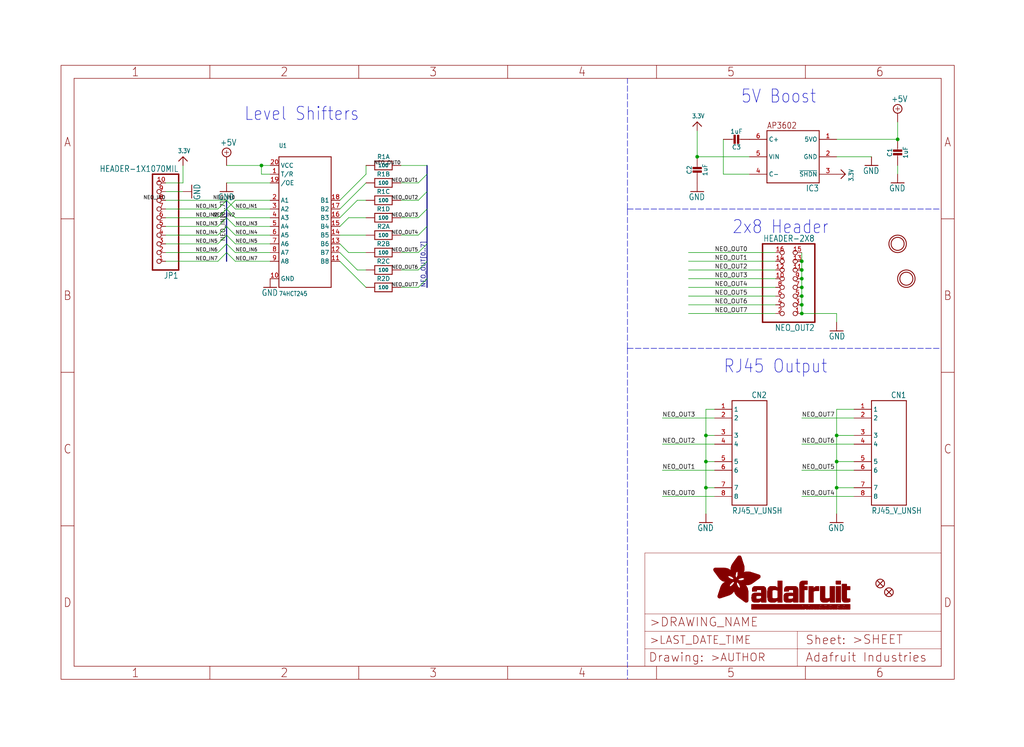
<source format=kicad_sch>
(kicad_sch (version 20211123) (generator eeschema)
  (paper "User" 298.45 217.881)
  (lib_symbols
    (symbol "eagleSchem-eagle-import:+5V" (power)
      (property "Value" "+5V" (at -1.905 3.175 0))
      (symbol "+5V_1_0"
        (pin power_in line (at 0 -2.54 90) (length 2.54) (name "+5V") (number "1"))
      )
    )
    (symbol "eagleSchem-eagle-import:3.3V" (power)
      (property "Value" "3.3V" (at -1.524 1.016 0))
      (symbol "3.3V_1_0"
        (pin power_in line (at 0 -2.54 90) (length 2.54) (name "3.3V") (number "1"))
      )
    )
    (symbol "eagleSchem-eagle-import:74LCX245"
      (property "Reference" "U" (at -7.62 22.86 0))
      (property "Value" "74LCX245" (at -7.62 -20.32 0))
      (symbol "74LCX245_1_0"
        (pin bidirectional line (at -10.16 15.24 0) (length 2.54) (name "T/R") (number "1"))
        (pin bidirectional line (at -10.16 -15.24 0) (length 2.54) (name "GND") (number "10"))
        (pin bidirectional line (at 10.16 -10.16 180) (length 2.54) (name "B8") (number "11"))
        (pin bidirectional line (at 10.16 -7.62 180) (length 2.54) (name "B7") (number "12"))
        (pin bidirectional line (at 10.16 -5.08 180) (length 2.54) (name "B6") (number "13"))
        (pin bidirectional line (at 10.16 -2.54 180) (length 2.54) (name "B5") (number "14"))
        (pin bidirectional line (at 10.16 0 180) (length 2.54) (name "B4") (number "15"))
        (pin bidirectional line (at 10.16 2.54 180) (length 2.54) (name "B3") (number "16"))
        (pin bidirectional line (at 10.16 5.08 180) (length 2.54) (name "B2") (number "17"))
        (pin bidirectional line (at 10.16 7.62 180) (length 2.54) (name "B1") (number "18"))
        (pin bidirectional line (at -10.16 12.7 0) (length 2.54) (name "/OE") (number "19"))
        (pin bidirectional line (at -10.16 7.62 0) (length 2.54) (name "A1") (number "2"))
        (pin bidirectional line (at -10.16 17.78 0) (length 2.54) (name "VCC") (number "20"))
        (pin bidirectional line (at -10.16 5.08 0) (length 2.54) (name "A2") (number "3"))
        (pin bidirectional line (at -10.16 2.54 0) (length 2.54) (name "A3") (number "4"))
        (pin bidirectional line (at -10.16 0 0) (length 2.54) (name "A4") (number "5"))
        (pin bidirectional line (at -10.16 -2.54 0) (length 2.54) (name "A5") (number "6"))
        (pin bidirectional line (at -10.16 -5.08 0) (length 2.54) (name "A6") (number "7"))
        (pin bidirectional line (at -10.16 -7.62 0) (length 2.54) (name "A7") (number "8"))
        (pin bidirectional line (at -10.16 -10.16 0) (length 2.54) (name "A8") (number "9"))
      )
    )
    (symbol "eagleSchem-eagle-import:AP3602"
      (property "Reference" "IC" (at -7.62 -10.16 0))
      (symbol "AP3602_1_0"
        (text "AP3602" (at 7.62 10.16 0) (effects (font (size 1.778 1.5113)) (justify right top)))
        (pin power_in line (at -12.7 5.08 0) (length 5.08) (name "5VO") (number "1"))
        (pin power_in line (at -12.7 0 0) (length 5.08) (name "GND") (number "2"))
        (pin input line (at -12.7 -5.08 0) (length 5.08) (name "~{SHDN}") (number "3"))
        (pin bidirectional line (at 12.7 -5.08 180) (length 5.08) (name "C-") (number "4"))
        (pin power_in line (at 12.7 0 180) (length 5.08) (name "VIN") (number "5"))
        (pin bidirectional line (at 12.7 5.08 180) (length 5.08) (name "C+") (number "6"))
      )
    )
    (symbol "eagleSchem-eagle-import:CAP_CERAMIC0603_NO"
      (property "Reference" "C" (at -2.29 1.25 90))
      (property "Value" "CAP_CERAMIC0603_NO" (at 2.3 1.25 90))
      (symbol "CAP_CERAMIC0603_NO_1_0"
        (pin passive line (at 0 5.08 270) (length 2.54) (name "1") (number "1"))
        (pin passive line (at 0 -2.54 90) (length 2.54) (name "2") (number "2"))
      )
    )
    (symbol "eagleSchem-eagle-import:FIDUCIAL_1MM")
    (symbol "eagleSchem-eagle-import:FRAME_A4_ADAFRUIT"
      (symbol "FRAME_A4_ADAFRUIT_0_0"
        (text "1" (at 21.6958 1.905 0) (effects (font (size 2.54 2.286))))
        (text "1" (at 21.6958 177.165 0) (effects (font (size 2.54 2.286))))
        (text "2" (at 65.0875 1.905 0) (effects (font (size 2.54 2.286))))
        (text "2" (at 65.0875 177.165 0) (effects (font (size 2.54 2.286))))
        (text "3" (at 108.4792 1.905 0) (effects (font (size 2.54 2.286))))
        (text "3" (at 108.4792 177.165 0) (effects (font (size 2.54 2.286))))
        (text "4" (at 151.8708 1.905 0) (effects (font (size 2.54 2.286))))
        (text "4" (at 151.8708 177.165 0) (effects (font (size 2.54 2.286))))
        (text "5" (at 195.2625 1.905 0) (effects (font (size 2.54 2.286))))
        (text "5" (at 195.2625 177.165 0) (effects (font (size 2.54 2.286))))
        (text "6" (at 238.6542 1.905 0) (effects (font (size 2.54 2.286))))
        (text "6" (at 238.6542 177.165 0) (effects (font (size 2.54 2.286))))
        (text "A" (at 1.905 156.6863 0) (effects (font (size 2.54 2.286))))
        (text "A" (at 258.445 156.6863 0) (effects (font (size 2.54 2.286))))
        (text "B" (at 1.905 111.9188 0) (effects (font (size 2.54 2.286))))
        (text "B" (at 258.445 111.9188 0) (effects (font (size 2.54 2.286))))
        (text "C" (at 1.905 67.1513 0) (effects (font (size 2.54 2.286))))
        (text "C" (at 258.445 67.1513 0) (effects (font (size 2.54 2.286))))
        (text "D" (at 1.905 22.3838 0) (effects (font (size 2.54 2.286))))
        (text "D" (at 258.445 22.3838 0) (effects (font (size 2.54 2.286))))
      )
      (symbol "FRAME_A4_ADAFRUIT_1_0"
        (text ">AUTHOR" (at 189.23 5.08 0) (effects (font (size 2.286 2.286)) (justify left bottom)))
        (text ">DRAWING_NAME" (at 171.45 15.24 0) (effects (font (size 2.54 2.54)) (justify left bottom)))
        (text ">LAST_DATE_TIME" (at 171.45 10.16 0) (effects (font (size 2.286 2.286)) (justify left bottom)))
        (text ">SHEET" (at 230.505 10.16 0) (effects (font (size 2.54 2.54)) (justify left bottom)))
        (text "Adafruit Industries" (at 216.916 4.953 0) (effects (font (size 2.54 2.54)) (justify left bottom)))
        (text "Drawing:" (at 171.196 4.953 0) (effects (font (size 2.54 2.54)) (justify left bottom)))
        (text "Sheet:" (at 216.916 10.033 0) (effects (font (size 2.54 2.54)) (justify left bottom)))
      )
    )
    (symbol "eagleSchem-eagle-import:GND" (power)
      (property "Value" "GND" (at -2.54 -2.54 0))
      (symbol "GND_1_0"
        (pin power_in line (at 0 2.54 270) (length 2.54) (name "GND") (number "1"))
      )
    )
    (symbol "eagleSchem-eagle-import:HEADER-1X1070MIL"
      (property "Reference" "JP" (at -6.35 13.335 0))
      (property "Value" "HEADER-1X1070MIL" (at -6.35 -17.78 0))
      (symbol "HEADER-1X1070MIL_1_0"
        (pin passive inverted (at -2.54 10.16 0) (length 2.54) (name "1") (number "1"))
        (pin passive inverted (at -2.54 -12.7 0) (length 2.54) (name "10") (number "10"))
        (pin passive inverted (at -2.54 7.62 0) (length 2.54) (name "2") (number "2"))
        (pin passive inverted (at -2.54 5.08 0) (length 2.54) (name "3") (number "3"))
        (pin passive inverted (at -2.54 2.54 0) (length 2.54) (name "4") (number "4"))
        (pin passive inverted (at -2.54 0 0) (length 2.54) (name "5") (number "5"))
        (pin passive inverted (at -2.54 -2.54 0) (length 2.54) (name "6") (number "6"))
        (pin passive inverted (at -2.54 -5.08 0) (length 2.54) (name "7") (number "7"))
        (pin passive inverted (at -2.54 -7.62 0) (length 2.54) (name "8") (number "8"))
        (pin passive inverted (at -2.54 -10.16 0) (length 2.54) (name "9") (number "9"))
      )
    )
    (symbol "eagleSchem-eagle-import:HEADER-2X8"
      (property "Reference" "JP" (at -8.89 10.795 0))
      (property "Value" "HEADER-2X8" (at -8.89 -15.24 0))
      (symbol "HEADER-2X8_1_0"
        (pin passive inverted (at -5.08 7.62 0) (length 2.54) (name "1") (number "1"))
        (pin passive inverted (at 2.54 -2.54 180) (length 2.54) (name "10") (number "10"))
        (pin passive inverted (at -5.08 -5.08 0) (length 2.54) (name "11") (number "11"))
        (pin passive inverted (at 2.54 -5.08 180) (length 2.54) (name "12") (number "12"))
        (pin passive inverted (at -5.08 -7.62 0) (length 2.54) (name "13") (number "13"))
        (pin passive inverted (at 2.54 -7.62 180) (length 2.54) (name "14") (number "14"))
        (pin passive inverted (at -5.08 -10.16 0) (length 2.54) (name "15") (number "15"))
        (pin passive inverted (at 2.54 -10.16 180) (length 2.54) (name "16") (number "16"))
        (pin passive inverted (at 2.54 7.62 180) (length 2.54) (name "2") (number "2"))
        (pin passive inverted (at -5.08 5.08 0) (length 2.54) (name "3") (number "3"))
        (pin passive inverted (at 2.54 5.08 180) (length 2.54) (name "4") (number "4"))
        (pin passive inverted (at -5.08 2.54 0) (length 2.54) (name "5") (number "5"))
        (pin passive inverted (at 2.54 2.54 180) (length 2.54) (name "6") (number "6"))
        (pin passive inverted (at -5.08 0 0) (length 2.54) (name "7") (number "7"))
        (pin passive inverted (at 2.54 0 180) (length 2.54) (name "8") (number "8"))
        (pin passive inverted (at -5.08 -2.54 0) (length 2.54) (name "9") (number "9"))
      )
    )
    (symbol "eagleSchem-eagle-import:MOUNTINGHOLE2.5")
    (symbol "eagleSchem-eagle-import:RESISTOR_4PACK"
      (property "Reference" "R" (at 0 2.54 0))
      (property "Value" "RESISTOR_4PACK" (at 0 0 0))
      (symbol "RESISTOR_4PACK_1_0"
        (pin passive line (at -5.08 0 0) (length 2.54) (name "1") (number "1"))
        (pin passive line (at 5.08 0 180) (length 2.54) (name "2") (number "8"))
      )
      (symbol "RESISTOR_4PACK_2_0"
        (pin passive line (at -5.08 0 0) (length 2.54) (name "1") (number "2"))
        (pin passive line (at 5.08 0 180) (length 2.54) (name "2") (number "7"))
      )
      (symbol "RESISTOR_4PACK_3_0"
        (pin passive line (at -5.08 0 0) (length 2.54) (name "1") (number "3"))
        (pin passive line (at 5.08 0 180) (length 2.54) (name "2") (number "6"))
      )
      (symbol "RESISTOR_4PACK_4_0"
        (pin passive line (at -5.08 0 0) (length 2.54) (name "1") (number "4"))
        (pin passive line (at 5.08 0 180) (length 2.54) (name "2") (number "5"))
      )
    )
    (symbol "eagleSchem-eagle-import:RJ45_V_UNSH"
      (property "Reference" "CN" (at 5.08 17.78 0))
      (property "Value" "RJ45_V_UNSH" (at -5.08 -17.78 0))
      (symbol "RJ45_V_UNSH_1_0"
        (pin bidirectional line (at -10.16 12.7 0) (length 5.08) (name "1") (number "1"))
        (pin bidirectional line (at -10.16 10.16 0) (length 5.08) (name "2") (number "2"))
        (pin bidirectional line (at -10.16 5.08 0) (length 5.08) (name "3") (number "3"))
        (pin bidirectional line (at -10.16 2.54 0) (length 5.08) (name "4") (number "4"))
        (pin bidirectional line (at -10.16 -2.54 0) (length 5.08) (name "5") (number "5"))
        (pin bidirectional line (at -10.16 -5.08 0) (length 5.08) (name "6") (number "6"))
        (pin bidirectional line (at -10.16 -10.16 0) (length 5.08) (name "7") (number "7"))
        (pin bidirectional line (at -10.16 -12.7 0) (length 5.08) (name "8") (number "8"))
      )
    )
  )
  (junction (at 233.68 76.2))
  (junction (at 205.74 142.24))
  (junction (at 205.74 127))
  (junction (at 233.68 91.44))
  (junction (at 203.2 45.72))
  (junction (at 76.2 48.26))
  (junction (at 233.68 83.82))
  (junction (at 233.68 88.9))
  (junction (at 233.68 78.74))
  (junction (at 261.62 40.64))
  (junction (at 243.84 127))
  (junction (at 243.84 134.62))
  (junction (at 205.74 134.62))
  (junction (at 233.68 81.28))
  (junction (at 243.84 142.24))
  (junction (at 233.68 86.36))
  (bus_entry (at 68.58 73.66) (size -2.54 -2.54))
  (bus_entry (at 63.5 71.12) (size 2.54 -2.54))
  (bus_entry (at 68.58 71.12) (size -2.54 -2.54))
  (bus_entry (at 63.5 60.96) (size 2.54 -2.54))
  (bus_entry (at 121.92 78.74) (size 2.54 -2.54))
  (bus_entry (at 121.92 53.34) (size 2.54 -2.54))
  (bus_entry (at 68.58 63.5) (size -2.54 -2.54))
  (bus_entry (at 68.58 66.04) (size -2.54 -2.54))
  (bus_entry (at 63.5 76.2) (size 2.54 -2.54))
  (bus_entry (at 63.5 63.5) (size 2.54 -2.54))
  (bus_entry (at 68.58 68.58) (size -2.54 -2.54))
  (bus_entry (at 121.92 58.42) (size 2.54 -2.54))
  (bus_entry (at 68.58 58.42) (size -2.54 2.54))
  (bus_entry (at 63.5 66.04) (size 2.54 -2.54))
  (bus_entry (at 68.58 76.2) (size -2.54 -2.54))
  (bus_entry (at 63.5 68.58) (size 2.54 -2.54))
  (bus_entry (at 121.92 63.5) (size 2.54 -2.54))
  (bus_entry (at 68.58 60.96) (size -2.54 -2.54))
  (bus_entry (at 121.92 68.58) (size 2.54 -2.54))
  (bus_entry (at 121.92 83.82) (size 2.54 -2.54))
  (bus_entry (at 63.5 73.66) (size 2.54 -2.54))
  (bus_entry (at 121.92 73.66) (size 2.54 -2.54))
  (wire (pts (xy 48.26 53.34) (xy 53.34 53.34)))
  (wire (pts (xy 99.06 73.66) (xy 104.14 78.74)))
  (wire (pts (xy 200.66 81.28) (xy 226.06 81.28)))
  (wire (pts (xy 261.62 40.64) (xy 261.62 35.56)))
  (wire (pts (xy 116.84 73.66) (xy 121.92 73.66)))
  (wire (pts (xy 116.84 63.5) (xy 121.92 63.5)))
  (wire (pts (xy 205.74 134.62) (xy 205.74 142.24)))
  (bus (pts (xy 66.04 66.04) (xy 66.04 68.58)))
  (wire (pts (xy 208.28 129.54) (xy 193.04 129.54)))
  (wire (pts (xy 248.92 121.92) (xy 233.68 121.92)))
  (wire (pts (xy 116.84 48.26) (xy 124.46 48.26)))
  (wire (pts (xy 205.74 142.24) (xy 205.74 149.86)))
  (wire (pts (xy 99.06 60.96) (xy 106.68 53.34)))
  (wire (pts (xy 78.74 60.96) (xy 68.58 60.96)))
  (wire (pts (xy 218.44 45.72) (xy 203.2 45.72)))
  (wire (pts (xy 101.6 63.5) (xy 106.68 63.5)))
  (wire (pts (xy 205.74 127) (xy 205.74 134.62)))
  (wire (pts (xy 48.26 73.66) (xy 63.5 73.66)))
  (bus (pts (xy 124.46 76.2) (xy 124.46 81.28)))
  (bus (pts (xy 124.46 66.04) (xy 124.46 71.12)))
  (polyline (pts (xy 182.88 101.6) (xy 274.32 101.6)))
  (wire (pts (xy 116.84 58.42) (xy 121.92 58.42)))
  (bus (pts (xy 124.46 71.12) (xy 124.46 76.2)))
  (wire (pts (xy 233.68 81.28) (xy 233.68 83.82)))
  (bus (pts (xy 66.04 58.42) (xy 66.04 60.96)))
  (wire (pts (xy 243.84 119.38) (xy 243.84 127)))
  (wire (pts (xy 200.66 86.36) (xy 226.06 86.36)))
  (bus (pts (xy 124.46 48.26) (xy 124.46 50.8)))
  (wire (pts (xy 233.68 78.74) (xy 233.68 81.28)))
  (wire (pts (xy 48.26 68.58) (xy 63.5 68.58)))
  (wire (pts (xy 226.06 83.82) (xy 200.66 83.82)))
  (wire (pts (xy 208.28 134.62) (xy 205.74 134.62)))
  (wire (pts (xy 248.92 119.38) (xy 243.84 119.38)))
  (wire (pts (xy 106.68 50.8) (xy 106.68 48.26)))
  (polyline (pts (xy 182.88 101.6) (xy 182.88 60.96)))
  (wire (pts (xy 233.68 91.44) (xy 243.84 91.44)))
  (wire (pts (xy 66.04 53.34) (xy 78.74 53.34)))
  (wire (pts (xy 48.26 63.5) (xy 63.5 63.5)))
  (wire (pts (xy 248.92 134.62) (xy 243.84 134.62)))
  (wire (pts (xy 233.68 83.82) (xy 233.68 86.36)))
  (wire (pts (xy 48.26 66.04) (xy 63.5 66.04)))
  (wire (pts (xy 116.84 68.58) (xy 121.92 68.58)))
  (wire (pts (xy 48.26 60.96) (xy 63.5 60.96)))
  (wire (pts (xy 101.6 73.66) (xy 106.68 73.66)))
  (wire (pts (xy 53.34 55.88) (xy 48.26 55.88)))
  (wire (pts (xy 210.82 50.8) (xy 210.82 40.64)))
  (wire (pts (xy 48.26 76.2) (xy 63.5 76.2)))
  (wire (pts (xy 78.74 73.66) (xy 68.58 73.66)))
  (bus (pts (xy 66.04 71.12) (xy 66.04 73.66)))
  (wire (pts (xy 53.34 53.34) (xy 53.34 48.26)))
  (wire (pts (xy 116.84 83.82) (xy 121.92 83.82)))
  (wire (pts (xy 104.14 78.74) (xy 106.68 78.74)))
  (wire (pts (xy 205.74 142.24) (xy 208.28 142.24)))
  (wire (pts (xy 208.28 119.38) (xy 205.74 119.38)))
  (wire (pts (xy 243.84 142.24) (xy 243.84 149.86)))
  (polyline (pts (xy 182.88 60.96) (xy 182.88 22.86)))
  (wire (pts (xy 78.74 76.2) (xy 68.58 76.2)))
  (wire (pts (xy 261.62 48.26) (xy 261.62 50.8)))
  (bus (pts (xy 124.46 55.88) (xy 124.46 60.96)))
  (polyline (pts (xy 182.88 101.6) (xy 182.88 198.12)))
  (bus (pts (xy 66.04 63.5) (xy 66.04 66.04)))
  (wire (pts (xy 208.28 144.78) (xy 193.04 144.78)))
  (wire (pts (xy 99.06 66.04) (xy 101.6 63.5)))
  (wire (pts (xy 200.66 78.74) (xy 226.06 78.74)))
  (wire (pts (xy 243.84 127) (xy 243.84 134.62)))
  (wire (pts (xy 200.66 91.44) (xy 226.06 91.44)))
  (bus (pts (xy 66.04 73.66) (xy 66.04 76.2)))
  (wire (pts (xy 99.06 63.5) (xy 104.14 58.42)))
  (wire (pts (xy 116.84 53.34) (xy 121.92 53.34)))
  (wire (pts (xy 208.28 127) (xy 205.74 127)))
  (polyline (pts (xy 182.88 60.96) (xy 274.32 60.96)))
  (wire (pts (xy 99.06 68.58) (xy 106.68 68.58)))
  (wire (pts (xy 233.68 73.66) (xy 233.68 76.2)))
  (wire (pts (xy 68.58 63.5) (xy 78.74 63.5)))
  (wire (pts (xy 68.58 58.42) (xy 78.74 58.42)))
  (wire (pts (xy 203.2 45.72) (xy 203.2 38.1)))
  (wire (pts (xy 243.84 134.62) (xy 243.84 142.24)))
  (wire (pts (xy 243.84 142.24) (xy 248.92 142.24)))
  (bus (pts (xy 66.04 60.96) (xy 66.04 63.5)))
  (wire (pts (xy 254 45.72) (xy 243.84 45.72)))
  (wire (pts (xy 76.2 50.8) (xy 76.2 48.26)))
  (wire (pts (xy 78.74 50.8) (xy 76.2 50.8)))
  (wire (pts (xy 248.92 127) (xy 243.84 127)))
  (wire (pts (xy 226.06 88.9) (xy 200.66 88.9)))
  (wire (pts (xy 78.74 68.58) (xy 68.58 68.58)))
  (wire (pts (xy 48.26 58.42) (xy 66.04 58.42)))
  (wire (pts (xy 76.2 48.26) (xy 78.74 48.26)))
  (wire (pts (xy 243.84 40.64) (xy 261.62 40.64)))
  (wire (pts (xy 66.04 48.26) (xy 76.2 48.26)))
  (bus (pts (xy 66.04 68.58) (xy 66.04 71.12)))
  (wire (pts (xy 243.84 91.44) (xy 243.84 93.98)))
  (wire (pts (xy 116.84 78.74) (xy 121.92 78.74)))
  (wire (pts (xy 233.68 86.36) (xy 233.68 88.9)))
  (wire (pts (xy 248.92 137.16) (xy 233.68 137.16)))
  (bus (pts (xy 124.46 81.28) (xy 124.46 83.82)))
  (wire (pts (xy 205.74 119.38) (xy 205.74 127)))
  (wire (pts (xy 78.74 71.12) (xy 68.58 71.12)))
  (wire (pts (xy 48.26 71.12) (xy 63.5 71.12)))
  (wire (pts (xy 78.74 66.04) (xy 68.58 66.04)))
  (wire (pts (xy 99.06 71.12) (xy 101.6 73.66)))
  (wire (pts (xy 218.44 50.8) (xy 210.82 50.8)))
  (wire (pts (xy 233.68 129.54) (xy 248.92 129.54)))
  (wire (pts (xy 104.14 58.42) (xy 106.68 58.42)))
  (wire (pts (xy 233.68 76.2) (xy 233.68 78.74)))
  (wire (pts (xy 193.04 137.16) (xy 208.28 137.16)))
  (wire (pts (xy 200.66 73.66) (xy 226.06 73.66)))
  (wire (pts (xy 200.66 76.2) (xy 226.06 76.2)))
  (bus (pts (xy 124.46 50.8) (xy 124.46 55.88)))
  (wire (pts (xy 233.68 88.9) (xy 233.68 91.44)))
  (wire (pts (xy 248.92 144.78) (xy 233.68 144.78)))
  (wire (pts (xy 99.06 58.42) (xy 106.68 50.8)))
  (wire (pts (xy 208.28 121.92) (xy 193.04 121.92)))
  (wire (pts (xy 99.06 76.2) (xy 106.68 83.82)))
  (bus (pts (xy 124.46 60.96) (xy 124.46 66.04)))
  (text "Level Shifters" (at 71.12 35.56 180) (effects (font (size 3.81 3.2385)) (justify left bottom)))
  (text "RJ45 Output" (at 210.82 109.22 180) (effects (font (size 3.81 3.2385)) (justify left bottom)))
  (text "5V Boost" (at 215.9 30.48 180) (effects (font (size 3.81 3.2385)) (justify left bottom)))
  (text "2x8 Header" (at 213.36 68.58 180) (effects (font (size 3.81 3.2385)) (justify left bottom)))
  (label "NEO_IN3" (at 68.58 66.04 0) (effects (font (size 1.016 1.016))))
  (label "NEO_IN0" (at 68.58 58.42 180) (effects (font (size 1.016 1.016))))
  (label "NEO_OUT5" (at 208.28 86.36 0) (effects (font (size 1.2446 1.2446))))
  (label "NEO_IN4" (at 68.58 68.58 0) (effects (font (size 1.016 1.016))))
  (label "NEO_OUT5" (at 233.68 137.16 0) (effects (font (size 1.2446 1.2446))))
  (label "NEO_OUT4" (at 233.68 144.78 0) (effects (font (size 1.2446 1.2446))))
  (label "NEO_OUT4" (at 121.92 68.58 180) (effects (font (size 1.016 1.016))))
  (label "NEO_OUT7" (at 121.92 83.82 180) (effects (font (size 1.016 1.016))))
  (label "NEO_OUT3" (at 121.92 63.5 180) (effects (font (size 1.016 1.016))))
  (label "NEO_IN[0..7]" (at 66.04 58.42 270) (effects (font (size 1.2446 1.2446))))
  (label "NEO_IN4" (at 63.5 68.58 180) (effects (font (size 1.016 1.016))))
  (label "NEO_IN1" (at 63.5 60.96 180) (effects (font (size 1.016 1.016))))
  (label "NEO_IN2" (at 68.58 63.5 180) (effects (font (size 1.016 1.016))))
  (label "NEO_OUT0" (at 193.04 144.78 0) (effects (font (size 1.2446 1.2446))))
  (label "NEO_OUT1" (at 208.28 76.2 0) (effects (font (size 1.2446 1.2446))))
  (label "NEO_OUT1" (at 193.04 137.16 0) (effects (font (size 1.2446 1.2446))))
  (label "NEO_OUT[0..7]" (at 124.46 83.82 90) (effects (font (size 1.2446 1.2446))))
  (label "NEO_IN6" (at 63.5 73.66 180) (effects (font (size 1.016 1.016))))
  (label "NEO_OUT7" (at 233.68 121.92 0) (effects (font (size 1.2446 1.2446))))
  (label "NEO_IN0" (at 48.26 58.42 180) (effects (font (size 1.016 1.016))))
  (label "NEO_OUT4" (at 208.28 83.82 0) (effects (font (size 1.2446 1.2446))))
  (label "NEO_IN5" (at 68.58 71.12 0) (effects (font (size 1.016 1.016))))
  (label "NEO_OUT3" (at 208.28 81.28 0) (effects (font (size 1.2446 1.2446))))
  (label "NEO_OUT2" (at 208.28 78.74 0) (effects (font (size 1.2446 1.2446))))
  (label "NEO_OUT2" (at 121.92 58.42 180) (effects (font (size 1.016 1.016))))
  (label "NEO_OUT6" (at 208.28 88.9 0) (effects (font (size 1.2446 1.2446))))
  (label "NEO_OUT2" (at 193.04 129.54 0) (effects (font (size 1.2446 1.2446))))
  (label "NEO_IN7" (at 63.5 76.2 180) (effects (font (size 1.016 1.016))))
  (label "NEO_OUT5" (at 121.92 73.66 180) (effects (font (size 1.016 1.016))))
  (label "NEO_OUT0" (at 116.84 48.26 180) (effects (font (size 1.016 1.016))))
  (label "NEO_OUT3" (at 193.04 121.92 0) (effects (font (size 1.2446 1.2446))))
  (label "NEO_IN5" (at 63.5 71.12 180) (effects (font (size 1.016 1.016))))
  (label "NEO_OUT6" (at 121.92 78.74 180) (effects (font (size 1.016 1.016))))
  (label "NEO_IN2" (at 63.5 63.5 180) (effects (font (size 1.016 1.016))))
  (label "NEO_OUT1" (at 121.92 53.34 180) (effects (font (size 1.016 1.016))))
  (label "NEO_IN7" (at 68.58 76.2 0) (effects (font (size 1.016 1.016))))
  (label "NEO_OUT7" (at 208.28 91.44 0) (effects (font (size 1.2446 1.2446))))
  (label "NEO_OUT6" (at 233.68 129.54 0) (effects (font (size 1.2446 1.2446))))
  (label "NEO_OUT0" (at 208.28 73.66 0) (effects (font (size 1.2446 1.2446))))
  (label "NEO_IN3" (at 63.5 66.04 180) (effects (font (size 1.016 1.016))))
  (label "NEO_IN6" (at 68.58 73.66 0) (effects (font (size 1.016 1.016))))
  (label "NEO_IN1" (at 68.58 60.96 0) (effects (font (size 1.016 1.016))))
  (symbol (lib_id "eagleSchem-eagle-import:GND") (at 203.2 55.88 0) (unit 1)
    (property "Reference" "#U$5" (effects hide))
    (property "Value" "GND" (at 200.66 58.42 0) (effects (font (size 1.778 1.5113)) (justify left bottom)))
    (property "Footprint" "eagleSchem:" (effects hide))
  )
  (symbol (lib_id "eagleSchem-eagle-import:CAP_CERAMIC0603_NO") (at 215.9 40.64 90) (unit 1)
    (property "Reference" "C3" (at 214.65 42.93 90))
    (property "Value" "1uF" (at 214.65 38.34 90))
    (property "Footprint" "eagleSchem:0603-NO" (effects hide))
  )
  (symbol (lib_id "eagleSchem-eagle-import:CAP_CERAMIC0603_NO") (at 203.2 50.8 0) (unit 1)
    (property "Reference" "C2" (at 200.91 49.55 90))
    (property "Value" "1uF" (at 205.5 49.55 90))
    (property "Footprint" "eagleSchem:0603-NO" (effects hide))
  )
  (symbol (lib_id "eagleSchem-eagle-import:HEADER-2X8") (at 228.6 83.82 180) (unit 1)
    (property "Reference" "NEO_OUT2" (at 237.49 94.615 0) (effects (font (size 1.778 1.5113)) (justify left bottom)))
    (property "Value" "HEADER-2X8" (at 237.49 68.58 0) (effects (font (size 1.778 1.5113)) (justify left bottom)))
    (property "Footprint" "eagleSchem:2X08" (effects hide))
  )
  (symbol (lib_id "eagleSchem-eagle-import:RESISTOR_4PACK") (at 111.76 83.82 0) (unit 4)
    (property "Reference" "R2" (at 111.76 81.28 0))
    (property "Value" "100" (at 111.76 83.82 0) (effects (font (size 1.016 1.016) bold)))
    (property "Footprint" "eagleSchem:RESPACK_4X0603" (effects hide))
  )
  (symbol (lib_id "eagleSchem-eagle-import:RESISTOR_4PACK") (at 111.76 68.58 0) (unit 1)
    (property "Reference" "R2" (at 111.76 66.04 0))
    (property "Value" "100" (at 111.76 68.58 0) (effects (font (size 1.016 1.016) bold)))
    (property "Footprint" "eagleSchem:RESPACK_4X0603" (effects hide))
  )
  (symbol (lib_id "eagleSchem-eagle-import:GND") (at 261.62 53.34 0) (unit 1)
    (property "Reference" "#U$2" (effects hide))
    (property "Value" "GND" (at 259.08 55.88 0) (effects (font (size 1.778 1.5113)) (justify left bottom)))
    (property "Footprint" "eagleSchem:" (effects hide))
  )
  (symbol (lib_id "eagleSchem-eagle-import:FIDUCIAL_1MM") (at 259.08 172.72 0) (unit 1)
    (property "Reference" "FID2" (effects hide))
    (property "Value" "FIDUCIAL_1MM" (effects hide))
    (property "Footprint" "eagleSchem:FIDUCIAL_1MM" (effects hide))
  )
  (symbol (lib_id "eagleSchem-eagle-import:RESISTOR_4PACK") (at 111.76 58.42 0) (unit 3)
    (property "Reference" "R1" (at 111.76 55.88 0))
    (property "Value" "100" (at 111.76 58.42 0) (effects (font (size 1.016 1.016) bold)))
    (property "Footprint" "eagleSchem:RESPACK_4X0603" (effects hide))
  )
  (symbol (lib_id "eagleSchem-eagle-import:GND") (at 55.88 55.88 90) (unit 1)
    (property "Reference" "#U$14" (effects hide))
    (property "Value" "GND" (at 58.42 58.42 0) (effects (font (size 1.778 1.5113)) (justify left bottom)))
    (property "Footprint" "eagleSchem:" (effects hide))
  )
  (symbol (lib_id "eagleSchem-eagle-import:RESISTOR_4PACK") (at 111.76 48.26 0) (unit 1)
    (property "Reference" "R1" (at 111.76 45.72 0))
    (property "Value" "100" (at 111.76 48.26 0) (effects (font (size 1.016 1.016) bold)))
    (property "Footprint" "eagleSchem:RESPACK_4X0603" (effects hide))
  )
  (symbol (lib_id "eagleSchem-eagle-import:RESISTOR_4PACK") (at 111.76 63.5 0) (unit 4)
    (property "Reference" "R1" (at 111.76 60.96 0))
    (property "Value" "100" (at 111.76 63.5 0) (effects (font (size 1.016 1.016) bold)))
    (property "Footprint" "eagleSchem:RESPACK_4X0603" (effects hide))
  )
  (symbol (lib_id "eagleSchem-eagle-import:RESISTOR_4PACK") (at 111.76 73.66 0) (unit 2)
    (property "Reference" "R2" (at 111.76 71.12 0))
    (property "Value" "100" (at 111.76 73.66 0) (effects (font (size 1.016 1.016) bold)))
    (property "Footprint" "eagleSchem:RESPACK_4X0603" (effects hide))
  )
  (symbol (lib_id "eagleSchem-eagle-import:3.3V") (at 246.38 50.8 270) (unit 1)
    (property "Reference" "#U$6" (effects hide))
    (property "Value" "3.3V" (at 247.396 49.276 0) (effects (font (size 1.27 1.0795)) (justify left bottom)))
    (property "Footprint" "eagleSchem:" (effects hide))
  )
  (symbol (lib_id "eagleSchem-eagle-import:RJ45_V_UNSH") (at 218.44 132.08 0) (unit 1)
    (property "Reference" "CN2" (at 223.52 114.3 0) (effects (font (size 1.6764 1.4249)) (justify right top)))
    (property "Value" "RJ45_V_UNSH" (at 213.36 149.86 0) (effects (font (size 1.6764 1.4249)) (justify left bottom)))
    (property "Footprint" "eagleSchem:RJ45_VERTICAL_UNSHIELDED" (effects hide))
  )
  (symbol (lib_id "eagleSchem-eagle-import:RJ45_V_UNSH") (at 259.08 132.08 0) (unit 1)
    (property "Reference" "CN1" (at 264.16 114.3 0) (effects (font (size 1.6764 1.4249)) (justify right top)))
    (property "Value" "RJ45_V_UNSH" (at 254 149.86 0) (effects (font (size 1.6764 1.4249)) (justify left bottom)))
    (property "Footprint" "eagleSchem:RJ45_VERTICAL_UNSHIELDED" (effects hide))
  )
  (symbol (lib_id "eagleSchem-eagle-import:GND") (at 243.84 152.4 0) (unit 1)
    (property "Reference" "#GND12" (effects hide))
    (property "Value" "GND" (at 241.3 154.94 0) (effects (font (size 1.778 1.5113)) (justify left bottom)))
    (property "Footprint" "eagleSchem:" (effects hide))
  )
  (symbol (lib_id "eagleSchem-eagle-import:FIDUCIAL_1MM") (at 256.54 170.18 0) (unit 1)
    (property "Reference" "FID1" (effects hide))
    (property "Value" "FIDUCIAL_1MM" (effects hide))
    (property "Footprint" "eagleSchem:FIDUCIAL_1MM" (effects hide))
  )
  (symbol (lib_id "eagleSchem-eagle-import:MOUNTINGHOLE2.5") (at 261.62 71.12 0) (unit 1)
    (property "Reference" "U$3" (effects hide))
    (property "Value" "MOUNTINGHOLE2.5" (effects hide))
    (property "Footprint" "eagleSchem:MOUNTINGHOLE_2.5_PLATED" (effects hide))
  )
  (symbol (lib_id "eagleSchem-eagle-import:RESISTOR_4PACK") (at 111.76 53.34 0) (unit 2)
    (property "Reference" "R1" (at 111.76 50.8 0))
    (property "Value" "100" (at 111.76 53.34 0) (effects (font (size 1.016 1.016) bold)))
    (property "Footprint" "eagleSchem:RESPACK_4X0603" (effects hide))
  )
  (symbol (lib_id "eagleSchem-eagle-import:+5V") (at 261.62 33.02 0) (unit 1)
    (property "Reference" "#SUPPLY1" (effects hide))
    (property "Value" "+5V" (at 259.715 29.845 0) (effects (font (size 1.778 1.5113)) (justify left bottom)))
    (property "Footprint" "eagleSchem:" (effects hide))
  )
  (symbol (lib_id "eagleSchem-eagle-import:GND") (at 66.04 55.88 0) (unit 1)
    (property "Reference" "#U$9" (effects hide))
    (property "Value" "GND" (at 63.5 58.42 0) (effects (font (size 1.778 1.5113)) (justify left bottom)))
    (property "Footprint" "eagleSchem:" (effects hide))
  )
  (symbol (lib_id "eagleSchem-eagle-import:+5V") (at 66.04 45.72 0) (unit 1)
    (property "Reference" "#SUPPLY2" (effects hide))
    (property "Value" "+5V" (at 64.135 42.545 0) (effects (font (size 1.778 1.5113)) (justify left bottom)))
    (property "Footprint" "eagleSchem:" (effects hide))
  )
  (symbol (lib_id "eagleSchem-eagle-import:RESISTOR_4PACK") (at 111.76 78.74 0) (unit 3)
    (property "Reference" "R2" (at 111.76 76.2 0))
    (property "Value" "100" (at 111.76 78.74 0) (effects (font (size 1.016 1.016) bold)))
    (property "Footprint" "eagleSchem:RESPACK_4X0603" (effects hide))
  )
  (symbol (lib_id "eagleSchem-eagle-import:HEADER-1X1070MIL") (at 45.72 66.04 180) (unit 1)
    (property "Reference" "JP1" (at 52.07 79.375 0) (effects (font (size 1.778 1.5113)) (justify left bottom)))
    (property "Value" "HEADER-1X1070MIL" (at 52.07 48.26 0) (effects (font (size 1.778 1.5113)) (justify left bottom)))
    (property "Footprint" "eagleSchem:1X10_ROUND70" (effects hide))
  )
  (symbol (lib_id "eagleSchem-eagle-import:74LCX245") (at 88.9 66.04 0) (unit 1)
    (property "Reference" "U1" (at 81.28 43.18 0) (effects (font (size 1.27 1.0795)) (justify left bottom)))
    (property "Value" "74HCT245" (at 81.28 86.36 0) (effects (font (size 1.27 1.0795)) (justify left bottom)))
    (property "Footprint" "eagleSchem:TSSOP20" (effects hide))
  )
  (symbol (lib_id "eagleSchem-eagle-import:3.3V") (at 203.2 35.56 0) (unit 1)
    (property "Reference" "#U$4" (effects hide))
    (property "Value" "3.3V" (at 201.676 34.544 0) (effects (font (size 1.27 1.0795)) (justify left bottom)))
    (property "Footprint" "eagleSchem:" (effects hide))
  )
  (symbol (lib_id "eagleSchem-eagle-import:GND") (at 243.84 96.52 0) (mirror y) (unit 1)
    (property "Reference" "#GND3" (effects hide))
    (property "Value" "GND" (at 246.38 99.06 0) (effects (font (size 1.778 1.5113)) (justify left bottom)))
    (property "Footprint" "eagleSchem:" (effects hide))
  )
  (symbol (lib_id "eagleSchem-eagle-import:FRAME_A4_ADAFRUIT") (at 17.78 198.12 0) (unit 1)
    (property "Reference" "#U$1" (effects hide))
    (property "Value" "FRAME_A4_ADAFRUIT" (effects hide))
    (property "Footprint" "eagleSchem:" (effects hide))
  )
  (symbol (lib_id "eagleSchem-eagle-import:3.3V") (at 53.34 45.72 0) (unit 1)
    (property "Reference" "#U$10" (effects hide))
    (property "Value" "3.3V" (at 51.816 44.704 0) (effects (font (size 1.27 1.0795)) (justify left bottom)))
    (property "Footprint" "eagleSchem:" (effects hide))
  )
  (symbol (lib_id "eagleSchem-eagle-import:MOUNTINGHOLE2.5") (at 264.16 81.28 0) (unit 1)
    (property "Reference" "U$7" (effects hide))
    (property "Value" "MOUNTINGHOLE2.5" (effects hide))
    (property "Footprint" "eagleSchem:MOUNTINGHOLE_2.5_PLATED" (effects hide))
  )
  (symbol (lib_id "eagleSchem-eagle-import:GND") (at 78.74 83.82 0) (unit 1)
    (property "Reference" "#U$8" (effects hide))
    (property "Value" "GND" (at 76.2 86.36 0) (effects (font (size 1.778 1.5113)) (justify left bottom)))
    (property "Footprint" "eagleSchem:" (effects hide))
  )
  (symbol (lib_id "eagleSchem-eagle-import:GND") (at 205.74 152.4 0) (unit 1)
    (property "Reference" "#GND11" (effects hide))
    (property "Value" "GND" (at 203.2 154.94 0) (effects (font (size 1.778 1.5113)) (justify left bottom)))
    (property "Footprint" "eagleSchem:" (effects hide))
  )
  (symbol (lib_id "eagleSchem-eagle-import:GND") (at 254 48.26 0) (unit 1)
    (property "Reference" "#U$13" (effects hide))
    (property "Value" "GND" (at 251.46 50.8 0) (effects (font (size 1.778 1.5113)) (justify left bottom)))
    (property "Footprint" "eagleSchem:" (effects hide))
  )
  (symbol (lib_id "eagleSchem-eagle-import:CAP_CERAMIC0603_NO") (at 261.62 45.72 0) (unit 1)
    (property "Reference" "C1" (at 259.33 44.47 90))
    (property "Value" "1uF" (at 263.92 44.47 90))
    (property "Footprint" "eagleSchem:0603-NO" (effects hide))
  )
  (symbol (lib_id "eagleSchem-eagle-import:AP3602") (at 231.14 45.72 0) (mirror y) (unit 1)
    (property "Reference" "IC3" (at 238.76 55.88 0) (effects (font (size 1.778 1.5113)) (justify left bottom)))
    (property "Value" "AP3602" (effects hide))
    (property "Footprint" "eagleSchem:SOT23-6" (effects hide))
  )
)
</source>
